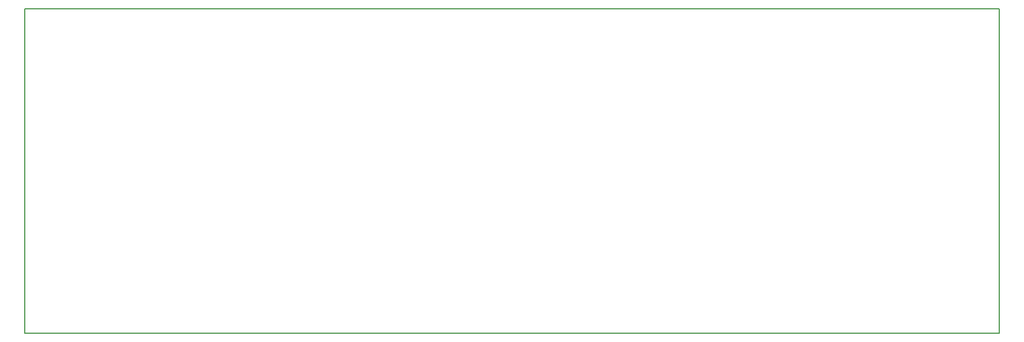
<source format=gbr>
G04 #@! TF.FileFunction,Profile,NP*
%FSLAX46Y46*%
G04 Gerber Fmt 4.6, Leading zero omitted, Abs format (unit mm)*
G04 Created by KiCad (PCBNEW 4.0.1-stable) date 6/19/2016 2:06:42 PM*
%MOMM*%
G01*
G04 APERTURE LIST*
%ADD10C,0.100000*%
%ADD11C,0.150000*%
G04 APERTURE END LIST*
D10*
D11*
X85078800Y-76680200D02*
X85078800Y-26680200D01*
X235078800Y-76680200D02*
X85078800Y-76680200D01*
X235078800Y-26680200D02*
X235078800Y-76680200D01*
X85078800Y-26680200D02*
X235078800Y-26680200D01*
M02*

</source>
